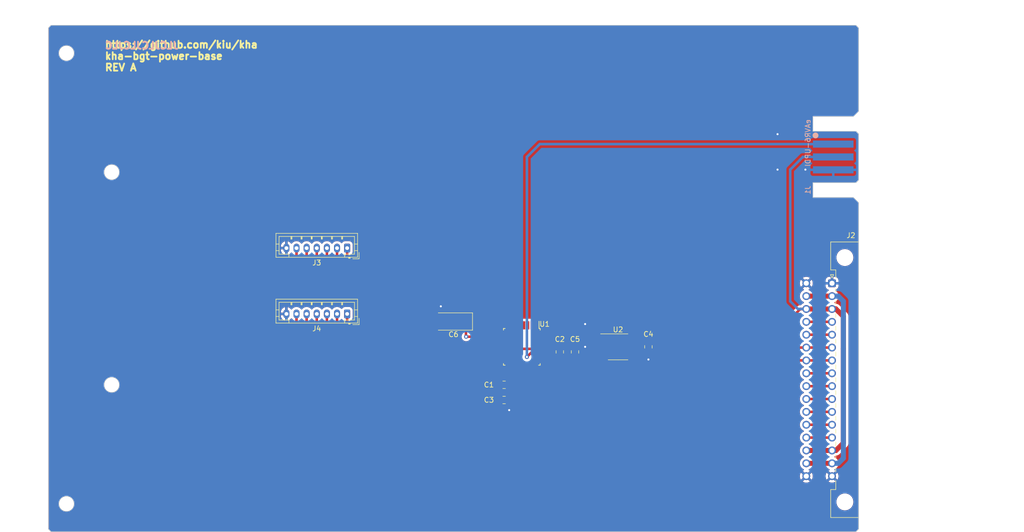
<source format=kicad_pcb>
(kicad_pcb (version 20221018) (generator pcbnew)
  (layers (0 "F.Cu" signal) (31 "B.Cu" signal) (34 "B.Paste" user) (35 "F.Paste" user) (36 "B.SilkS" user "B.Silkscreen") (37 "F.SilkS" user "F.Silkscreen") (38 "B.Mask" user) (39 "F.Mask" user) (44 "Edge.Cuts" user))
  (net 0 "")
  (net 1 "LED01A")
  (net 2 "UPDI")
  (net 3 "LED01B")
  (net 4 "LED02A")
  (net 5 "SR03")
  (net 6 "SR02")
  (net 7 "SR01")
  (net 8 "GND")
  (net 9 "+5V")
  (net 10 "LED02B")
  (net 11 "LED03A")
  (net 12 "LED03B")
  (net 13 "S_BT_VCC")
  (net 14 "LED04A")
  (net 15 "LED04B")
  (net 16 "BUS_DIR")
  (net 17 "BUS_TX")
  (net 18 "BUS_RX")
  (net 22 "BT_CON")
  (net 23 "BT_LNK")
  (net 24 "BTN01")
  (net 25 "BTN02")
  (net 26 "BTN03")
  (net 27 "BTN04")
  (net 28 "+12V")
  (net 29 "RS485_INT_A")
  (net 30 "RS485_INT_B")
  (net 31 "RS485_A")
  (net 32 "RS485_B")
  (net 33 "BUS01")
  (net 34 "BUS02")
  (net 35 "BUS03")
  (net 36 "BUS04")
  (net 37 "BUS05")
  (net 38 "BUS06")
  (net 39 "BT_RX")
  (net 40 "BT_TX")
  (footprint "Capacitor_Tantalum_SMD:CP_EIA-6032-28_Kemet-C" (layer "F.Cu") (at 180 98.5 180)
    (fp_text reference "C6" (at 0 -2.55) (layer "F.SilkS"))
    (fp_text value "220uF")
    (fp_line (start -3.76 -1.71) (end -3.76 1.71) (stroke (width 0.12)) (layer "F.SilkS"))
    (fp_line (start -3.76 1.71) (end 3 1.71) (stroke (width 0.12)) (layer "F.SilkS"))
    (fp_line (start 3 -1.71) (end -3.76 -1.71) (stroke (width 0.12)) (layer "F.SilkS"))
    (pad "1" smd roundrect (at -2.4625 0 180) (size 2.075 2.35) (layers "F.Cu" "F.Paste" "F.Mask") (roundrect_rratio 0.1204819277) (net 9 "+5V"))
    (pad "2" smd roundrect (at 2.4625 0 180) (size 2.075 2.35) (layers "F.Cu" "F.Paste" "F.Mask") (roundrect_rratio 0.1204819277) (net 8 "GND"))
  )
  (footprint "Capacitor_SMD:C_0805_2012Metric" (layer "F.Cu") (at 190 111)
    (fp_text reference "C1" (at -3 0) (layer "F.SilkS"))
    (fp_text value "10nF")
    (fp_line (start -0.261252 -0.735) (end 0.261252 -0.735) (stroke (width 0.12)) (layer "F.SilkS"))
    (fp_line (start -0.261252 0.735) (end 0.261252 0.735) (stroke (width 0.12)) (layer "F.SilkS"))
    (pad "1" smd roundrect (at -0.95 0) (size 1 1.45) (layers "F.Cu" "F.Paste" "F.Mask") (net 9 "+5V"))
    (pad "2" smd roundrect (at 0.95 0) (size 1 1.45) (layers "F.Cu" "F.Paste" "F.Mask") (net 8 "GND"))
  )
  (footprint "Connector_DIN:DIN41612_C2_2x16_Male_Horizontal_THT" (layer "F.Cu") (at 254.76 90.945 -90)
    (fp_text reference "J2" (at -9.445 -3.74 -180) (layer "F.SilkS"))
    (fp_text value "DIN41612_02x16_AC")
    (fp_line (start -8.16 -5.3) (end -8.16 0.26) (stroke (width 0.12)) (layer "F.SilkS"))
    (fp_line (start -8.16 0.26) (end -2.64 0.26) (stroke (width 0.12)) (layer "F.SilkS"))
    (fp_line (start -2.64 -0.74) (end -1.095 -0.74) (stroke (width 0.12)) (layer "F.SilkS"))
    (fp_line (start -2.64 0.26) (end -2.64 -0.74) (stroke (width 0.12)) (layer "F.SilkS"))
    (fp_line (start -1.695 -0.3) (end -1.695 0.3) (stroke (width 0.12)) (layer "F.SilkS"))
    (fp_line (start -1.695 0.3) (end -1.095 0) (stroke (width 0.12)) (layer "F.SilkS"))
    (fp_line (start -1.095 0) (end -1.695 -0.3) (stroke (width 0.12)) (layer "F.SilkS"))
    (fp_line (start 1.095 -0.74) (end 1.671 -0.74) (stroke (width 0.12)) (layer "F.SilkS"))
    (fp_line (start 3.41 -0.74) (end 4.211 -0.74) (stroke (width 0.12)) (layer "F.SilkS"))
    (fp_line (start 5.95 -0.74) (end 6.751 -0.74) (stroke (width 0.12)) (layer "F.SilkS"))
    (fp_line (start 8.49 -0.74) (end 9.291 -0.74) (stroke (width 0.12)) (layer "F.SilkS"))
    (fp_line (start 11.03 -0.74) (end 11.831 -0.74) (stroke (width 0.12)) (layer "F.SilkS"))
    (fp_line (start 13.57 -0.74) (end 14.371 -0.74) (stroke (width 0.12)) (layer "F.SilkS"))
    (fp_line (start 16.11 -0.74) (end 16.911 -0.74) (stroke (width 0.12)) (layer "F.SilkS"))
    (fp_line (start 18.65 -0.74) (end 19.451 -0.74) (stroke (width 0.12)) (layer "F.SilkS"))
    (fp_line (start 21.19 -0.74) (end 21.991 -0.74) (stroke (width 0.12)) (layer "F.SilkS"))
    (fp_line (start 23.73 -0.74) (end 24.531 -0.74) (stroke (width 0.12)) (layer "F.SilkS"))
    (fp_line (start 26.27 -0.74) (end 27.071 -0.74) (stroke (width 0.12)) (layer "F.SilkS"))
    (fp_line (start 28.81 -0.74) (end 29.611 -0.74) (stroke (width 0.12)) (layer "F.SilkS"))
    (fp_line (start 31.35 -0.74) (end 32.151 -0.74) (stroke (width 0.12)) (layer "F.SilkS"))
    (fp_line (start 33.89 -0.74) (end 34.691 -0.74) (stroke (width 0.12)) (layer "F.SilkS"))
    (fp_line (start 36.43 -0.74) (end 37.231 -0.74) (stroke (width 0.12)) (layer "F.SilkS"))
    (fp_line (start 38.97 -0.74) (end 40.74 -0.74) (stroke (width 0.12)) (layer "F.SilkS"))
    (fp_line (start 40.74 0.26) (end 40.74 -0.74) (stroke (width 0.12)) (layer "F.SilkS"))
    (fp_line (start 46.26 -5.3) (end 46.26 0.26) (stroke (width 0.12)) (layer "F.SilkS"))
    (fp_line (start 46.26 0.26) (end 40.74 0.26) (stroke (width 0.12)) (layer "F.SilkS"))
    (pad "" np_thru_hole circle (at -5.08 -2.54 270) (size 2.85 2.85) (drill 2.85) (layers "*.Cu" "*.Mask"))
    (pad "" np_thru_hole circle (at 43.18 -2.54 270) (size 2.85 2.85) (drill 2.85) (layers "*.Cu" "*.Mask"))
    (pad "a1" thru_hole roundrect (at 0 0 270) (size 1.55 1.55) (drill 1) (layers "*.Cu" "*.Mask") (roundrect_rratio 0.1612896774) (net 8 "GND"))
    (pad "a2" thru_hole circle (at 2.54 0 270) (size 1.55 1.55) (drill 1) (layers "*.Cu" "*.Mask") (net 28 "+12V"))
    (pad "a3" thru_hole circle (at 5.08 0 270) (size 1.55 1.55) (drill 1) (layers "*.Cu" "*.Mask") (net 9 "+5V"))
    (pad "a4" thru_hole circle (at 7.62 0 270) (size 1.55 1.55) (drill 1) (layers "*.Cu" "*.Mask") (net 29 "RS485_INT_A"))
    (pad "a5" thru_hole circle (at 10.16 0 270) (size 1.55 1.55) (drill 1) (layers "*.Cu" "*.Mask") (net 30 "RS485_INT_B"))
    (pad "a6" thru_hole circle (at 12.7 0 270) (size 1.55 1.55) (drill 1) (layers "*.Cu" "*.Mask") (net 31 "RS485_A"))
    (pad "a7" thru_hole circle (at 15.24 0 270) (size 1.55 1.55) (drill 1) (layers "*.Cu" "*.Mask") (net 32 "RS485_B"))
    (pad "a8" thru_hole circle (at 17.78 0 270) (size 1.55 1.55) (drill 1) (layers "*.Cu" "*.Mask") (net 33 "BUS01"))
    (pad "a9" thru_hole circle (at 20.32 0 270) (size 1.55 1.55) (drill 1) (layers "*.Cu" "*.Mask") (net 34 "BUS02"))
    (pad "a10" thru_hole circle (at 22.86 0 270) (size 1.55 1.55) (drill 1) (layers "*.Cu" "*.Mask") (net 35 "BUS03"))
    (pad "a11" thru_hole circle (at 25.4 0 270) (size 1.55 1.55) (drill 1) (layers "*.Cu" "*.Mask") (net 36 "BUS04"))
    (pad "a12" thru_hole circle (at 27.94 0 270) (size 1.55 1.55) (drill 1) (layers "*.Cu" "*.Mask") (net 37 "BUS05"))
    (pad "a13" thru_hole circle (at 30.48 0 270) (size 1.55 1.55) (drill 1) (layers "*.Cu" "*.Mask") (net 38 "BUS06"))
    (pad "a14" thru_hole circle (at 33.02 0 270) (size 1.55 1.55) (drill 1) (layers "*.Cu" "*.Mask") (net 9 "+5V"))
    (pad "a15" thru_hole circle (at 35.56 0 270) (size 1.55 1.55) (drill 1) (layers "*.Cu" "*.Mask") (net 28 "+12V"))
    (pad "a16" thru_hole circle (at 38.1 0 270) (size 1.55 1.55) (drill 1) (layers "*.Cu" "*.Mask") (net 8 "GND"))
    (pad "c1" thru_hole circle (at 0 5.08 270) (size 1.55 1.55) (drill 1) (layers "*.Cu" "*.Mask") (net 8 "GND"))
    (pad "c2" thru_hole circle (at 2.54 5.08 270) (size 1.55 1.55) (drill 1) (layers "*.Cu" "*.Mask") (net 28 "+12V"))
    (pad "c3" thru_hole circle (at 5.08 5.08 270) (size 1.55 1.55) (drill 1) (layers "*.Cu" "*.Mask") (net 9 "+5V"))
    (pad "c4" thru_hole circle (at 7.62 5.08 270) (size 1.55 1.55) (drill 1) (layers "*.Cu" "*.Mask") (net 29 "RS485_INT_A"))
    (pad "c5" thru_hole circle (at 10.16 5.08 270) (size 1.55 1.55) (drill 1) (layers "*.Cu" "*.Mask") (net 30 "RS485_INT_B"))
    (pad "c6" thru_hole circle (at 12.7 5.08 270) (size 1.55 1.55) (drill 1) (layers "*.Cu" "*.Mask") (net 31 "RS485_A"))
    (pad "c7" thru_hole circle (at 15.24 5.08 270) (size 1.55 1.55) (drill 1) (layers "*.Cu" "*.Mask") (net 32 "RS485_B"))
    (pad "c8" thru_hole circle (at 17.78 5.08 270) (size 1.55 1.55) (drill 1) (layers "*.Cu" "*.Mask") (net 33 "BUS01"))
    (pad "c9" thru_hole circle (at 20.32 5.08 270) (size 1.55 1.55) (drill 1) (layers "*.Cu" "*.Mask") (net 34 "BUS02"))
    (pad "c10" thru_hole circle (at 22.86 5.08 270) (size 1.55 1.55) (drill 1) (layers "*.Cu" "*.Mask") (net 35 "BUS03"))
    (pad "c11" thru_hole circle (at 25.4 5.08 270) (size 1.55 1.55) (drill 1) (layers "*.Cu" "*.Mask") (net 36 "BUS04"))
    (pad "c12" thru_hole circle (at 27.94 5.08 270) (size 1.55 1.55) (drill 1) (layers "*.Cu" "*.Mask") (net 37 "BUS05"))
    (pad "c13" thru_hole circle (at 30.48 5.08 270) (size 1.55 1.55) (drill 1) (layers "*.Cu" "*.Mask") (net 38 "BUS06"))
    (pad "c14" thru_hole circle (at 33.02 5.08 270) (size 1.55 1.55) (drill 1) (layers "*.Cu" "*.Mask") (net 9 "+5V"))
    (pad "c15" thru_hole circle (at 35.56 5.08 270) (size 1.55 1.55) (drill 1) (layers "*.Cu" "*.Mask") (net 28 "+12V"))
    (pad "c16" thru_hole circle (at 38.1 5.08 270) (size 1.55 1.55) (drill 1) (layers "*.Cu" "*.Mask") (net 8 "GND"))
  )
  (footprint "Package_SO:SOIC-8_3.9x4.9mm_P1.27mm" (layer "F.Cu") (at 212.5 103.5)
    (fp_text reference "U2" (at 0 -3.4) (layer "F.SilkS"))
    (fp_text value "SP481E")
    (fp_line (start 0 -2.56) (end -3.45 -2.56) (stroke (width 0.12)) (layer "F.SilkS"))
    (fp_line (start 0 -2.56) (end 1.95 -2.56) (stroke (width 0.12)) (layer "F.SilkS"))
    (fp_line (start 0 2.56) (end -1.95 2.56) (stroke (width 0.12)) (layer "F.SilkS"))
    (fp_line (start 0 2.56) (end 1.95 2.56) (stroke (width 0.12)) (layer "F.SilkS"))
    (pad "1" smd roundrect (at -2.475 -1.905) (size 1.95 0.6) (layers "F.Cu" "F.Paste" "F.Mask") (net 18 "BUS_RX"))
    (pad "2" smd roundrect (at -2.475 -0.635) (size 1.95 0.6) (layers "F.Cu" "F.Paste" "F.Mask") (net 16 "BUS_DIR"))
    (pad "3" smd roundrect (at -2.475 0.635) (size 1.95 0.6) (layers "F.Cu" "F.Paste" "F.Mask") (net 16 "BUS_DIR"))
    (pad "4" smd roundrect (at -2.475 1.905) (size 1.95 0.6) (layers "F.Cu" "F.Paste" "F.Mask") (net 17 "BUS_TX"))
    (pad "5" smd roundrect (at 2.475 1.905) (size 1.95 0.6) (layers "F.Cu" "F.Paste" "F.Mask") (net 8 "GND"))
    (pad "6" smd roundrect (at 2.475 0.635) (size 1.95 0.6) (layers "F.Cu" "F.Paste" "F.Mask") (net 31 "RS485_A"))
    (pad "7" smd roundrect (at 2.475 -0.635) (size 1.95 0.6) (layers "F.Cu" "F.Paste" "F.Mask") (net 32 "RS485_B"))
    (pad "8" smd roundrect (at 2.475 -1.905) (size 1.95 0.6) (layers "F.Cu" "F.Paste" "F.Mask") (net 9 "+5V"))
  )
  (footprint "Connector_JST:JST_PH_B7B-PH-K_1x07_P2.00mm_Vertical" (layer "F.Cu") (at 159 97 180)
    (fp_text reference "J4" (at 6 -2.9) (layer "F.SilkS"))
    (fp_text value "Conn_01x07")
    (fp_line (start -2.36 -2.11) (end -2.36 -0.86) (stroke (width 0.12)) (layer "F.SilkS"))
    (fp_line (start -2.06 -1.81) (end -2.06 2.91) (stroke (width 0.12)) (layer "F.SilkS"))
    (fp_line (start -2.06 -0.5) (end -1.45 -0.5) (stroke (width 0.12)) (layer "F.SilkS"))
    (fp_line (start -2.06 0.8) (end -1.45 0.8) (stroke (width 0.12)) (layer "F.SilkS"))
    (fp_line (start -2.06 2.91) (end 14.06 2.91) (stroke (width 0.12)) (layer "F.SilkS"))
    (fp_line (start -1.45 -1.2) (end -1.45 2.3) (stroke (width 0.12)) (layer "F.SilkS"))
    (fp_line (start -1.45 2.3) (end 13.45 2.3) (stroke (width 0.12)) (layer "F.SilkS"))
    (fp_line (start -1.11 -2.11) (end -2.36 -2.11) (stroke (width 0.12)) (layer "F.SilkS"))
    (fp_line (start -0.6 -2.01) (end -0.6 -1.81) (stroke (width 0.12)) (layer "F.SilkS"))
    (fp_line (start -0.3 -2.01) (end -0.6 -2.01) (stroke (width 0.12)) (layer "F.SilkS"))
    (fp_line (start -0.3 -1.91) (end -0.6 -1.91) (stroke (width 0.12)) (layer "F.SilkS"))
    (fp_line (start -0.3 -1.81) (end -0.3 -2.01) (stroke (width 0.12)) (layer "F.SilkS"))
    (fp_line (start 0.5 -1.81) (end 0.5 -1.2) (stroke (width 0.12)) (layer "F.SilkS"))
    (fp_line (start 0.5 -1.2) (end -1.45 -1.2) (stroke (width 0.12)) (layer "F.SilkS"))
    (fp_line (start 0.9 1.8) (end 1.1 1.8) (stroke (width 0.12)) (layer "F.SilkS"))
    (fp_line (start 0.9 2.3) (end 0.9 1.8) (stroke (width 0.12)) (layer "F.SilkS"))
    (fp_line (start 1 2.3) (end 1 1.8) (stroke (width 0.12)) (layer "F.SilkS"))
    (fp_line (start 1.1 1.8) (end 1.1 2.3) (stroke (width 0.12)) (layer "F.SilkS"))
    (fp_line (start 2.9 1.8) (end 3.1 1.8) (stroke (width 0.12)) (layer "F.SilkS"))
    (fp_line (start 2.9 2.3) (end 2.9 1.8) (stroke (width 0.12)) (layer "F.SilkS"))
    (fp_line (start 3 2.3) (end 3 1.8) (stroke (width 0.12)) (layer "F.SilkS"))
    (fp_line (start 3.1 1.8) (end 3.1 2.3) (stroke (width 0.12)) (layer "F.SilkS"))
    (fp_line (start 4.9 1.8) (end 5.1 1.8) (stroke (width 0.12)) (layer "F.SilkS"))
    (fp_line (start 4.9 2.3) (end 4.9 1.8) (stroke (width 0.12)) (layer "F.SilkS"))
    (fp_line (start 5 2.3) (end 5 1.8) (stroke (width 0.12)) (layer "F.SilkS"))
    (fp_line (start 5.1 1.8) (end 5.1 2.3) (stroke (width 0.12)) (layer "F.SilkS"))
    (fp_line (start 6.9 1.8) (end 7.1 1.8) (stroke (width 0.12)) (layer "F.SilkS"))
    (fp_line (start 6.9 2.3) (end 6.9 1.8) (stroke (width 0.12)) (layer "F.SilkS"))
    (fp_line (start 7 2.3) (end 7 1.8) (stroke (width 0.12)) (layer "F.SilkS"))
    (fp_line (start 7.1 1.8) (end 7.1 2.3) (stroke (width 0.12)) (layer "F.SilkS"))
    (fp_line (start 8.9 1.8) (end 9.1 1.8) (stroke (width 0.12)) (layer "F.SilkS"))
    (fp_line (start 8.9 2.3) (end 8.9 1.8) (stroke (width 0.12)) (layer "F.SilkS"))
    (fp_line (start 9 2.3) (end 9 1.8) (stroke (width 0.12)) (layer "F.SilkS"))
    (fp_line (start 9.1 1.8) (end 9.1 2.3) (stroke (width 0.12)) (layer "F.SilkS"))
    (fp_line (start 10.9 1.8) (end 11.1 1.8) (stroke (width 0.12)) (layer "F.SilkS"))
    (fp_line (start 10.9 2.3) (end 10.9 1.8) (stroke (width 0.12)) (layer "F.SilkS"))
    (fp_line (start 11 2.3) (end 11 1.8) (stroke (width 0.12)) (layer "F.SilkS"))
    (fp_line (start 11.1 1.8) (end 11.1 2.3) (stroke (width 0.12)) (layer "F.SilkS"))
    (fp_line (start 11.5 -1.2) (end 11.5 -1.81) (stroke (width 0.12)) (layer "F.SilkS"))
    (fp_line (start 13.45 -1.2) (end 11.5 -1.2) (stroke (width 0.12)) (layer "F.SilkS"))
    (fp_line (start 13.45 2.3) (end 13.45 -1.2) (stroke (width 0.12)) (layer "F.SilkS"))
    (fp_line (start 14.06 -1.81) (end -2.06 -1.81) (stroke (width 0.12)) (layer "F.SilkS"))
    (fp_line (start 14.06 -0.5) (end 13.45 -0.5) (stroke (width 0.12)) (layer "F.SilkS"))
    (fp_line (start 14.06 0.8) (end 13.45 0.8) (stroke (width 0.12)) (layer "F.SilkS"))
    (fp_line (start 14.06 2.91) (end 14.06 -1.81) (stroke (width 0.12)) (layer "F.SilkS"))
    (pad "1" thru_hole roundrect (at 0 0 180) (size 1.2 1.75) (drill 0.75) (layers "*.Cu" "*.Mask") (roundrect_rratio 0.2083333333) (net 26 "BTN03"))
    (pad "2" thru_hole oval (at 2 0 180) (size 1.2 1.75) (drill 0.75) (layers "*.Cu" "*.Mask") (net 11 "LED03A"))
    (pad "3" thru_hole oval (at 4 0 180) (size 1.2 1.75) (drill 0.75) (layers "*.Cu" "*.Mask") (net 12 "LED03B"))
    (pad "4" thru_hole oval (at 6 0 180) (size 1.2 1.75) (drill 0.75) (layers "*.Cu" "*.Mask") (net 27 "BTN04"))
    (pad "5" thru_hole oval (at 8 0 180) (size 1.2 1.75) (drill 0.75) (layers "*.Cu" "*.Mask") (net 14 "LED04A"))
    (pad "6" thru_hole oval (at 10 0 180) (size 1.2 1.75) (drill 0.75) (layers "*.Cu" "*.Mask") (net 15 "LED04B"))
    (pad "7" thru_hole oval (at 12 0 180) (size 1.2 1.75) (drill 0.75) (layers "*.Cu" "*.Mask") (net 8 "GND"))
  )
  (footprint "Package_QFP:TQFP-32_7x7mm_P0.8mm" (layer "F.Cu") (at 193.5 103.5 -90)
    (fp_text reference "U1" (at -4.5 -4.5 -180) (layer "F.SilkS"))
    (fp_text value "AVR64DD32")
    (fp_line (start -3.625 -3.625) (end -3.625 -3.4) (stroke (width 0.15)) (layer "F.SilkS"))
    (fp_line (start -3.625 -3.625) (end -3.3 -3.625) (stroke (width 0.15)) (layer "F.SilkS"))
    (fp_line (start -3.625 -3.4) (end -5.05 -3.4) (stroke (width 0.15)) (layer "F.SilkS"))
    (fp_line (start -3.625 3.625) (end -3.625 3.3) (stroke (width 0.15)) (layer "F.SilkS"))
    (fp_line (start -3.625 3.625) (end -3.3 3.625) (stroke (width 0.15)) (layer "F.SilkS"))
    (fp_line (start 3.625 -3.625) (end 3.3 -3.625) (stroke (width 0.15)) (layer "F.SilkS"))
    (fp_line (start 3.625 -3.625) (end 3.625 -3.3) (stroke (width 0.15)) (layer "F.SilkS"))
    (fp_line (start 3.625 3.625) (end 3.3 3.625) (stroke (width 0.15)) (layer "F.SilkS"))
    (fp_line (start 3.625 3.625) (end 3.625 3.3) (stroke (width 0.15)) (layer "F.SilkS"))
    (pad "1" smd rect (at -4.25 -2.8 270) (size 1.6 0.55) (layers "F.Cu" "F.Paste" "F.Mask") (net 16 "BUS_DIR"))
    (pad "2" smd rect (at -4.25 -2 270) (size 1.6 0.55) (layers "F.Cu" "F.Paste" "F.Mask") (net 6 "SR02"))
    (pad "3" smd rect (at -4.25 -1.2 270) (size 1.6 0.55) (layers "F.Cu" "F.Paste" "F.Mask") (net 5 "SR03"))
    (pad "4" smd rect (at -4.25 -0.4 270) (size 1.6 0.55) (layers "F.Cu" "F.Paste" "F.Mask") (net 7 "SR01"))
    (pad "5" smd rect (at -4.25 0.4 270) (size 1.6 0.55) (layers "F.Cu" "F.Paste" "F.Mask") (net 22 "BT_CON"))
    (pad "6" smd rect (at -4.25 1.2 270) (size 1.6 0.55) (layers "F.Cu" "F.Paste" "F.Mask") (net 39 "BT_RX"))
    (pad "7" smd rect (at -4.25 2 270) (size 1.6 0.55) (layers "F.Cu" "F.Paste" "F.Mask") (net 40 "BT_TX"))
    (pad "8" smd rect (at -4.25 2.8 270) (size 1.6 0.55) (layers "F.Cu" "F.Paste" "F.Mask") (net 23 "BT_LNK"))
    (pad "9" smd rect (at -2.8 4.25) (size 1.6 0.55) (layers "F.Cu" "F.Paste" "F.Mask") (net 13 "S_BT_VCC"))
    (pad "10" smd rect (at -2 4.25) (size 1.6 0.55) (layers "F.Cu" "F.Paste" "F.Mask") (net 9 "+5V"))
    (pad "11" smd rect (at -1.2 4.25) (size 1.6 0.55) (layers "F.Cu" "F.Paste" "F.Mask") (net 24 "BTN01"))
    (pad "12" smd rect (at -0.4 4.25) (size 1.6 0.55) (layers "F.Cu" "F.Paste" "F.Mask") (net 1 "LED01A"))
    (pad "13" smd rect (at 0.4 4.25) (size 1.6 0.55) (layers "F.Cu" "F.Paste" "F.Mask") (net 3 "LED01B"))
    (pad "14" smd rect (at 1.2 4.25) (size 1.6 0.55) (layers "F.Cu" "F.Paste" "F.Mask") (net 25 "BTN02"))
    (pad "15" smd rect (at 2 4.25) (size 1.6 0.55) (layers "F.Cu" "F.Paste" "F.Mask") (net 4 "LED02A"))
    (pad "16" smd rect (at 2.8 4.25) (size 1.6 0.55) (layers "F.Cu" "F.Paste" "F.Mask") (net 10 "LED02B"))
    (pad "17" smd rect (at 4.25 2.8 270) (size 1.6 0.55) (layers "F.Cu" "F.Paste" "F.Mask"))
    (pad "18" smd rect (at 4.25 2 270) (size 1.6 0.55) (layers "F.Cu" "F.Paste" "F.Mask") (net 9 "+5V"))
    (pad "19" smd rect (at 4.25 1.2 270) (size 1.6 0.55) (layers "F.Cu" "F.Paste" "F.Mask") (net 8 "GND"))
    (pad "20" smd rect (at 4.25 0.4 270) (size 1.6 0.55) (layers "F.Cu" "F.Paste" "F.Mask") (net 26 "BTN03"))
    (pad "21" smd rect (at 4.25 -0.4 270) (size 1.6 0.55) (layers "F.Cu" "F.Paste" "F.Mask") (net 11 "LED03A"))
    (pad "22" smd rect (at 4.25 -1.2 270) (size 1.6 0.55) (layers "F.Cu" "F.Paste" "F.Mask") (net 12 "LED03B"))
    (pad "23" smd rect (at 4.25 -2 270) (size 1.6 0.55) (layers "F.Cu" "F.Paste" "F.Mask") (net 27 "BTN04"))
    (pad "24" smd rect (at 4.25 -2.8 270) (size 1.6 0.55) (layers "F.Cu" "F.Paste" "F.Mask") (net 14 "LED04A"))
    (pad "25" smd rect (at 2.8 -4.25) (size 1.6 0.55) (layers "F.Cu" "F.Paste" "F.Mask") (net 15 "LED04B"))
    (pad "26" smd rect (at 2 -4.25) (size 1.6 0.55) (layers "F.Cu" "F.Paste" "F.Mask"))
    (pad "27" smd rect (at 1.2 -4.25) (size 1.6 0.55) (layers "F.Cu" "F.Paste" "F.Mask") (net 2 "UPDI"))
    (pad "28" smd rect (at 0.4 -4.25) (size 1.6 0.55) (layers "F.Cu" "F.Paste" "F.Mask") (net 9 "+5V"))
    (pad "29" smd rect (at -0.4 -4.25) (size 1.6 0.55) (layers "F.Cu" "F.Paste" "F.Mask") (net 8 "GND"))
    (pad "30" smd rect (at -1.2 -4.25) (size 1.6 0.55) (layers "F.Cu" "F.Paste" "F.Mask") (net 17 "BUS_TX"))
    (pad "31" smd rect (at -2 -4.25) (size 1.6 0.55) (layers "F.Cu" "F.Paste" "F.Mask") (net 18 "BUS_RX"))
    (pad "32" smd rect (at -2.8 -4.25) (size 1.6 0.55) (layers "F.Cu" "F.Paste" "F.Mask"))
  )
  (footprint "Capacitor_SMD:C_0805_2012Metric" (layer "F.Cu") (at 204 104.5 90)
    (fp_text reference "C5" (at 2.5 0 180) (layer "F.SilkS"))
    (fp_text value "100nF")
    (fp_line (start -0.261252 -0.735) (end 0.261252 -0.735) (stroke (width 0.12)) (layer "F.SilkS"))
    (fp_line (start -0.261252 0.735) (end 0.261252 0.735) (stroke (width 0.12)) (layer "F.SilkS"))
    (pad "1" smd roundrect (at -0.95 0 90) (size 1 1.45) (layers "F.Cu" "F.Paste" "F.Mask") (net 9 "+5V"))
    (pad "2" smd roundrect (at 0.95 0 90) (size 1 1.45) (layers "F.Cu" "F.Paste" "F.Mask") (net 8 "GND"))
  )
  (footprint "Connector_JST:JST_PH_B7B-PH-K_1x07_P2.00mm_Vertical" (layer "F.Cu") (at 159 84 180)
    (fp_text reference "J3" (at 6 -2.9) (layer "F.SilkS"))
    (fp_text value "Conn_01x07")
    (fp_line (start -2.36 -2.11) (end -2.36 -0.86) (stroke (width 0.12)) (layer "F.SilkS"))
    (fp_line (start -2.06 -1.81) (end -2.06 2.91) (stroke (width 0.12)) (layer "F.SilkS"))
    (fp_line (start -2.06 -0.5) (end -1.45 -0.5) (stroke (width 0.12)) (layer "F.SilkS"))
    (fp_line (start -2.06 0.8) (end -1.45 0.8) (stroke (width 0.12)) (layer "F.SilkS"))
    (fp_line (start -2.06 2.91) (end 14.06 2.91) (stroke (width 0.12)) (layer "F.SilkS"))
    (fp_line (start -1.45 -1.2) (end -1.45 2.3) (stroke (width 0.12)) (layer "F.SilkS"))
    (fp_line (start -1.45 2.3) (end 13.45 2.3) (stroke (width 0.12)) (layer "F.SilkS"))
    (fp_line (start -1.11 -2.11) (end -2.36 -2.11) (stroke (width 0.12)) (layer "F.SilkS"))
    (fp_line (start -0.6 -2.01) (end -0.6 -1.81) (stroke (width 0.12)) (layer "F.SilkS"))
    (fp_line (start -0.3 -2.01) (end -0.6 -2.01) (stroke (width 0.12)) (layer "F.SilkS"))
    (fp_line (start -0.3 -1.91) (end -0.6 -1.91) (stroke (width 0.12)) (layer "F.SilkS"))
    (fp_line (start -0.3 -1.81) (end -0.3 -2.01) (stroke (width 0.12)) (layer "F.SilkS"))
    (fp_line (start 0.5 -1.81) (end 0.5 -1.2) (stroke (width 0.12)) (layer "F.SilkS"))
    (fp_line (start 0.5 -1.2) (end -1.45 -1.2) (stroke (width 0.12)) (layer "F.SilkS"))
    (fp_line (start 0.9 1.8) (end 1.1 1.8) (stroke (width 0.12)) (layer "F.SilkS"))
    (fp_line (start 0.9 2.3) (end 0.9 1.8) (stroke (width 0.12)) (layer "F.SilkS"))
    (fp_line (start 1 2.3) (end 1 1.8) (stroke (width 0.12)) (layer "F.SilkS"))
    (fp_line (start 1.1 1.8) (end 1.1 2.3) (stroke (width 0.12)) (layer "F.SilkS"))
    (fp_line (start 2.9 1.8) (end 3.1 1.8) (stroke (width 0.12)) (layer "F.SilkS"))
    (fp_line (start 2.9 2.3) (end 2.9 1.8) (stroke (width 0.12)) (layer "F.SilkS"))
    (fp_line (start 3 2.3) (end 3 1.8) (stroke (width 0.12)) (layer "F.SilkS"))
    (fp_line (start 3.1 1.8) (end 3.1 2.3) (stroke (width 0.12)) (layer "F.SilkS"))
    (fp_line (start 4.9 1.8) (end 5.1 1.8) (stroke (width 0.12)) (layer "F.SilkS"))
    (fp_line (start 4.9 2.3) (end 4.9 1.8) (stroke (width 0.12)) (layer "F.SilkS"))
    (fp_line (start 5 2.3) (end 5 1.8) (stroke (width 0.12)) (layer "F.SilkS"))
    (fp_line (start 5.1 1.8) (end 5.1 2.3) (stroke (width 0.12)) (layer "F.SilkS"))
    (fp_line (start 6.9 1.8) (end 7.1 1.8) (stroke (width 0.12)) (layer "F.SilkS"))
    (fp_line (start 6.9 2.3) (end 6.9 1.8) (stroke (width 0.12)) (layer "F.SilkS"))
    (fp_line (start 7 2.3) (end 7 1.8) (stroke (width 0.12)) (layer "F.SilkS"))
    (fp_line (start 7.1 1.8) (end 7.1 2.3) (stroke (width 0.12)) (layer "F.SilkS"))
    (fp_line (start 8.9 1.8) (end 9.1 1.8) (stroke (width 0.12)) (layer "F.SilkS"))
    (fp_line (start 8.9 2.3) (end 8.9 1.8) (stroke (width 0.12)) (layer "F.SilkS"))
    (fp_line (start 9 2.3) (end 9 1.8) (stroke (width 0.12)) (layer "F.SilkS"))
    (fp_line (start 9.1 1.8) (end 9.1 2.3) (stroke (width 0.12)) (layer "F.SilkS"))
    (fp_line (start 10.9 1.8) (end 11.1 1.8) (stroke (width 0.12)) (layer "F.SilkS"))
    (fp_line (start 10.9 2.3) (end 10.9 1.8) (stroke (width 0.12)) (layer "F.SilkS"))
    (fp_line (start 11 2.3) (end 11 1.8) (stroke (width 0.12)) (layer "F.SilkS"))
    (fp_line (start 11.1 1.8) (end 11.1 2.3) (stroke (width 0.12)) (layer "F.SilkS"))
    (fp_line (start 11.5 -1.2) (end 11.5 -1.81) (stroke (width 0.12)) (layer "F.SilkS"))
    (fp_line (start 13.45 -1.2) (end 11.5 -1.2) (stroke (width 0.12)) (layer "F.SilkS"))
    (fp_line (start 13.45 2.3) (end 13.45 -1.2) (stroke (width 0.12)) (layer "F.SilkS"))
    (fp_line (start 14.06 -1.81) (end -2.06 -1.81) (stroke (width 0.12)) (layer "F.SilkS"))
    (fp_line (start 14.06 -0.5) (end 13.45 -0.5) (stroke (width 0.12)) (layer "F.SilkS"))
    (fp_line (start 14.06 0.8) (end 13.45 0.8) (stroke (width 0.12)) (layer "F.SilkS"))
    (fp_line (start 14.06 2.91) (end 14.06 -1.81) (stroke (width 0.12)) (layer "F.SilkS"))
    (pad "1" thru_hole roundrect (at 0 0 180) (size 1.2 1.75) (drill 0.75) (layers "*.Cu" "*.Mask") (roundrect_rratio 0.2083333333) (net 24 "BTN01"))
    (pad "2" thru_hole oval (at 2 0 180) (size 1.2 1.75) (drill 0.75) (layers "*.Cu" "*.Mask") (net 1 "LED01A"))
    (pad "3" thru_hole oval (at 4 0 180) (size 1.2 1.75) (drill 0.75) (layers "*.Cu" "*.Mask") (net 3 "LED01B"))
    (pad "4" thru_hole oval (at 6 0 180) (size 1.2 1.75) (drill 0.75) (layers "*.Cu" "*.Mask") (net 25 "BTN02"))
    (pad "5" thru_hole oval (at 8 0 180) (size 1.2 1.75) (drill 0.75) (layers "*.Cu" "*.Mask") (net 4 "LED02A"))
    (pad "6" thru_hole oval (at 10 0 180) (size 1.2 1.75) (drill 0.75) (layers "*.Cu" "*.Mask") (net 10 "LED02B"))
    (pad "7" thru_hole oval (at 12 0 180) (size 1.2 1.75) (drill 0.75) (layers "*.Cu" "*.Mask") (net 8 "GND"))
  )
  (footprint "Capacitor_SMD:C_0805_2012Metric" (layer "F.Cu") (at 218.5 103.5 -90)
    (fp_text reference "C4" (at -2.5 0 -180) (layer "F.SilkS"))
    (fp_text value "100nF")
    (fp_line (start -0.261252 -0.735) (end 0.261252 -0.735) (stroke (width 0.12)) (layer "F.SilkS"))
    (fp_line (start -0.261252 0.735) (end 0.261252 0.735) (stroke (width 0.12)) (layer "F.SilkS"))
    (pad "1" smd roundrect (at -0.95 0 270) (size 1 1.45) (layers "F.Cu" "F.Paste" "F.Mask") (net 9 "+5V"))
    (pad "2" smd roundrect (at 0.95 0 270) (size 1 1.45) (layers "F.Cu" "F.Paste" "F.Mask") (net 8 "GND"))
  )
  (footprint "Capacitor_SMD:C_0805_2012Metric" (layer "F.Cu") (at 201 104.5 90)
    (fp_text reference "C2" (at 2.5 0 180) (layer "F.SilkS"))
    (fp_text value "10nF")
    (fp_line (start -0.261252 -0.735) (end 0.261252 -0.735) (stroke (width 0.12)) (layer "F.SilkS"))
    (fp_line (start -0.261252 0.735) (end 0.261252 0.735) (stroke (width 0.12)) (layer "F.SilkS"))
    (pad "1" smd roundrect (at -0.95 0 90) (size 1 1.45) (layers "F.Cu" "F.Paste" "F.Mask") (net 9 "+5V"))
    (pad "2" smd roundrect (at 0.95 0 90) (size 1 1.45) (layers "F.Cu" "F.Paste" "F.Mask") (net 8 "GND"))
  )
  (footprint "Capacitor_SMD:C_0805_2012Metric" (layer "F.Cu") (at 190 114)
    (fp_text reference "C3" (at -3 0) (layer "F.SilkS"))
    (fp_text value "100nF")
    (fp_line (start -0.261252 -0.735) (end 0.261252 -0.735) (stroke (width 0.12)) (layer "F.SilkS"))
    (fp_line (start -0.261252 0.735) (end 0.261252 0.735) (stroke (width 0.12)) (layer "F.SilkS"))
    (pad "1" smd roundrect (at -0.95 0) (size 1 1.45) (layers "F.Cu" "F.Paste" "F.Mask") (net 9 "+5V"))
    (pad "2" smd roundrect (at 0.95 0) (size 1 1.45) (layers "F.Cu" "F.Paste" "F.Mask") (net 8 "GND"))
  )
  (footprint "eAVR:eAVR6-UPDI-F" (layer "B.Cu") (at 260 66 -90)
    (fp_text reference "J1" (at 7.5 10 90) (layer "B.SilkS") (effects (justify right mirror)))
    (fp_text value "AVR-UPDI-6" hide)
    (fp_text user "eAVR6-UPDI" (at -7.5 10 90 unlocked) (layer "B.SilkS") (effects (justify left mirror)))
    (fp_circle (center -4.25 8.5) (end -3.75 8.5) (stroke (width 0.15)) (fill solid) (layer "B.SilkS"))
    (fp_line (start -5.08 0.5) (end -4.58 0) (stroke (width 0.12)) (layer "Edge.Cuts"))
    (fp_line (start -5.08 9) (end -5.08 0.5) (stroke (width 0.12)) (layer "Edge.Cuts"))
    (fp_line (start -4.58 0) (end 4.58 0) (stroke (width 0.12)) (layer "Edge.Cuts"))
    (fp_line (start 5.08 0.5) (end 4.58 0) (stroke (width 0.12)) (layer "Edge.Cuts"))
    (fp_line (start 5.08 9) (end 5.08 0.5) (stroke (width 0.12)) (layer "Edge.Cuts"))
    (pad "1" connect rect (at -2.54 5 270) (size 1.4 8) (layers "B.Cu" "B.Mask") (net 2 "UPDI"))
    (pad "2" connect rect (at 0 5 270) (size 1.4 8) (layers "B.Cu" "B.Mask") (net 9 "+5V"))
    (pad "6" connect rect (at 2.54 5 270) (size 1.4 8) (layers "B.Cu" "B.Mask") (net 8 "GND"))
  )
  (gr_circle (center 103.57 134.5) (end 105.07 134.5) (stroke (width 0.1)) (fill none) (layer "Edge.Cuts"))
  (gr_line (start 251 71.08) (end 251 74) (stroke (width 0.1)) (layer "Edge.Cuts"))
  (gr_line (start 259.5 140) (end 100.5 140) (stroke (width 0.1)) (layer "Edge.Cuts"))
  (gr_line (start 100 139.5) (end 100 40.5) (stroke (width 0.1)) (layer "Edge.Cuts"))
  (gr_circle (center 112.5 69) (end 114 69) (stroke (width 0.1)) (fill none) (layer "Edge.Cuts"))
  (gr_line (start 251 60.92) (end 251 58) (stroke (width 0.1)) (layer "Edge.Cuts"))
  (gr_line (start 100 139.5) (end 100.5 140) (stroke (width 0.1)) (layer "Edge.Cuts"))
  (gr_line (start 259.5 40) (end 260 40.5) (stroke (width 0.1)) (layer "Edge.Cuts"))
  (gr_line (start 260 57) (end 260 40.5) (stroke (width 0.1)) (layer "Edge.Cuts"))
  (gr_line (start 259.5 40) (end 100.5 40) (stroke (width 0.1)) (layer "Edge.Cuts"))
  (gr_circle (center 103.57 45.5) (end 105.07 45.5) (stroke (width 0.1)) (fill none) (layer "Edge.Cuts"))
  (gr_line (start 259.5 140) (end 260 139.5) (stroke (width 0.1)) (layer "Edge.Cuts"))
  (gr_line (start 259 74) (end 260 75) (stroke (width 0.1)) (layer "Edge.Cuts"))
  (gr_line (start 251 74) (end 259 74) (stroke (width 0.1)) (layer "Edge.Cuts"))
  (gr_line (start 260 75) (end 260 139.5) (stroke (width 0.1)) (layer "Edge.Cuts"))
  (gr_line (start 259 58) (end 260 57) (stroke (width 0.1)) (layer "Edge.Cuts"))
  (gr_line (start 100 40.5) (end 100.5 40) (stroke (width 0.1)) (layer "Edge.Cuts"))
  (gr_line (start 251 58) (end 259 58) (stroke (width 0.1)) (layer "Edge.Cuts"))
  (gr_circle (center 112.5 111) (end 114 111) (stroke (width 0.1)) (fill none) (layer "Edge.Cuts"))
  (gr_text "JLCJLCJLCJLC" (at 111 44) (layer "B.SilkS") (effects (font (size 1.4 1.4) (thickness 0.35) bold) (justify right mirror)))
  (gr_text "https://github.com/kiu/kha\nkha-bgt-power-base\nREV A" (at 111 43) (layer "F.SilkS") (effects (font (size 1.4 1.4) (thickness 0.35) bold) (justify left top)))
  (segment (start 170 90) (end 170 104) (width 0.5) (layer "F.Cu") (net 1))
  (segment (start 169 89) (end 170 90) (width 0.5) (layer "F.Cu") (net 1))
  (segment (start 157 87) (end 159 89) (width 0.5) (layer "F.Cu") (net 1))
  (segment (start 157 84) (end 157 87) (width 0.5) (layer "F.Cu") (net 1))
  (segment (start 159 89) (end 169 89) (width 0.5) (layer "F.Cu") (net 1))
  (segment (start 171 105) (end 184 105) (width 0.5) (layer "F.Cu") (net 1))
  (segment (start 170 104) (end 171 105) (width 0.5) (layer "F.Cu") (net 1))
  (segment (start 184 105) (end 185.9 103.1) (width 0.5) (layer "F.Cu") (net 1))
  (segment (start 185.9 103.1) (end 189.25 103.1) (width 0.5) (layer "F.Cu") (net 1))
  (segment (start 195.3 104.7) (end 194.5 105.5) (width 0.5) (layer "F.Cu") (net 2))
  (segment (start 197.75 104.7) (end 195.3 104.7) (width 0.5) (layer "F.Cu") (net 2))
  (via (at 194.5 105.5) (size 0.8) (drill 0.4) (layers "F.Cu" "B.Cu") (net 2))
  (segment (start 194.5 105.5) (end 194.5 66) (width 0.5) (layer "B.Cu") (net 2))
  (segment (start 197.04 63.46) (end 255 63.46) (width 0.5) (layer "B.Cu") (net 2))
  (segment (start 194.5 66) (end 197.04 63.46) (width 0.5) (layer "B.Cu") (net 2))
  (segment (start 158 90) (end 168 90) (width 0.5) (layer "F.Cu") (net 3))
  (segment (start 168 90) (end 169 91) (width 0.5) (layer "F.Cu") (net 3))
  (segment (start 155 84) (end 155 87) (width 0.5) (layer "F.Cu") (net 3))
  (segment (start 186.6 103.9) (end 189.25 103.9) (width 0.5) (layer "F.Cu") (net 3))
  (segment (start 184.5 106) (end 186.6 103.9) (width 0.5) (layer "F.Cu") (net 3))
  (segment (start 155 87) (end 158 90) (width 0.5) (layer "F.Cu") (net 3))
  (segment (start 169 105) (end 170 106) (width 0.5) (layer "F.Cu") (net 3))
  (segment (start 169 91) (end 169 105) (width 0.5) (layer "F.Cu") (net 3))
  (segment (start 170 106) (end 184.5 106) (width 0.5) (layer "F.Cu") (net 3))
  (segment (start 151 86.5) (end 151 84) (width 0.5) (layer "F.Cu") (net 4))
  (segment (start 185.5 108) (end 168.5 108) (width 0.5) (layer "F.Cu") (net 4))
  (segment (start 166.5 92) (end 156.5 92) (width 0.5) (layer "F.Cu") (net 4))
  (segment (start 188 105.5) (end 185.5 108) (width 0.5) (layer "F.Cu") (net 4))
  (segment (start 189.25 105.5) (end 188 105.5) (width 0.5) (layer "F.Cu") (net 4))
  (segment (start 167 106.5) (end 167 92.5) (width 0.5) (layer "F.Cu") (net 4))
  (segment (start 167 92.5) (end 166.5 92) (width 0.5) (layer "F.Cu") (net 4))
  (segment (start 156.5 92) (end 151 86.5) (width 0.5) (layer "F.Cu") (net 4))
  (segment (start 168.5 108) (end 167 106.5) (width 0.5) (layer "F.Cu") (net 4))
  (segment (start 202.55 103.55) (end 202.5 103.5) (width 0.5) (layer "F.Cu") (net 8))
  (segment (start 192.3 109.65) (end 190.95 111) (width 0.5) (layer "F.Cu") (net 8))
  (segment (start 190.95 112.55) (end 190.95 114) (width 0.5) (layer "F.Cu") (net 8))
  (segment (start 202.5 103.5) (end 202.45 103.55) (width 0.5) (layer "F.Cu") (net 8))
  (segment (start 197.75 103.1) (end 200.55 103.1) (width 0.5) (layer "F.Cu") (net 8))
  (segment (start 190.95 111) (end 190.95 112.45) (width 0.5) (layer "F.Cu") (net 8))
  (segment (start 202.45 103.55) (end 201 103.55) (width 0.5) (layer "F.Cu") (net 8))
  (segment (start 204 103.55) (end 202.55 103.55) (width 0.5) (layer "F.Cu") (net 8))
  (segment (start 191 112.5) (end 190.95 112.55) (width 0.5) (layer "F.Cu") (net 8))
  (segment (start 200.55 103.1) (end 201 103.55) (width 0.5) (layer "F.Cu") (net 8))
  (segment (start 190.95 112.45) (end 191 112.5) (width 0.5) (layer "F.Cu") (net 8))
  (segment (start 192.3 107.75) (end 192.3 109.65) (width 0.5) (layer "F.Cu") (net 8))
  (via (at 244 68.5) (size 0.8) (drill 0.4) (layers "F.Cu" "B.Cu") (net 8))
  (via (at 249.5 68.5) (size 0.8) (drill 0.4) (layers "F.Cu" "B.Cu") (net 8))
  (via (at 244 61.5) (size 0.8) (drill 0.4) (layers "F.Cu" "B.Cu") (net 8))
  (via (at 177.5 95.5) (size 0.8) (drill 0.4) (layers "F.Cu" "B.Cu") (net 8))
  (via (at 218.5 106) (size 0.8) (drill 0.4) (layers "F.Cu" "B.Cu") (net 8))
  (via (at 206 103.5) (size 0.8) (drill 0.4) (layers "F.Cu" "B.Cu") (net 8))
  (via (at 191 116) (size 0.8) (drill 0.4) (layers "F.Cu" "B.Cu") (net 8))
  (via (at 206 99) (size 0.8) (drill 0.4) (layers "F.Cu" "B.Cu") (net 8))
  (segment (start 256.025 96.525) (end 257 97.5) (width 1) (layer "F.Cu") (net 9))
  (segment (start 247.5 97.025) (end 247.5 101.5) (width 0.5) (layer "F.Cu") (net 9))
  (segment (start 191.5 102.45) (end 191.5 105) (width 0.5) (layer "F.Cu") (net 9))
  (segment (start 189.05 114) (end 189.05 111) (width 0.5) (layer "F.Cu") (net 9))
  (segment (start 211.75 106.25) (end 211 107) (width 0.5) (layer "F.Cu") (net 9))
  (segment (start 189.25 101.5) (end 190.55 101.5) (width 0.5) (layer "F.Cu") (net 9))
  (segment (start 255.535 123.965) (end 257 122.5) (width 1) (layer "F.Cu") (net 9))
  (segment (start 249.58 95.925) (end 249.68 96.025) (width 1) (layer "F.Cu") (net 9))
  (segment (start 191.05 109.5) (end 190.55 109.5) (width 0.5) (layer "F.Cu") (net 9))
  (segment (start 254.76 123.965) (end 249.68 123.965) (width 1) (layer "F.Cu") (net 9))
  (segment (start 198.9 103.9) (end 200.45 105.45) (width 0.5) (layer "F.Cu") (net 9))
  (segment (start 211 107) (end 205.55 107) (width 0.5) (layer "F.Cu") (net 9))
  (segment (start 197.75 103.9) (end 192.6 103.9) (width 0.5) (layer "F.Cu") (net 9))
  (segment (start 192.6 103.9) (end 191.5 105) (width 0.5) (layer "F.Cu") (net 9))
  (segment (start 257 103.903) (end 257 122.5) (width 1) (layer "F.Cu") (net 9))
  (segment (start 190.55 109.5) (end 189.05 111) (width 0.5) (layer "F.Cu") (net 9))
  (segment (start 182.4625 98.5) (end 182.4625 101.4625) (width 0.5) (layer "F.Cu") (net 9))
  (segment (start 255.5 96) (end 256.025 96.525) (width 1) (layer "F.Cu") (net 9))
  (segment (start 254.76 96.025) (end 254.785 96) (width 1) (layer "F.Cu") (net 9))
  (segment (start 205.55 107) (end 204 105.45) (width 0.5) (layer "F.Cu") (net 9))
  (segment (start 217.545 101.595) (end 218.5 102.55) (width 0.5) (layer "F.Cu") (net 9))
  (segment (start 201 105.45) (end 204 105.45) (width 0.5) (layer "F.Cu") (net 9))
  (segment (start 197.75 103.9) (end 198.9 103.9) (width 0.5) (layer "F.Cu") (net 9))
  (segment (start 191.5 109.05) (end 191.05 109.5) (width 0.5) (layer "F.Cu") (net 9))
  (segment (start 257 97.5) (end 257 103.903) (width 1) (layer "F.Cu") (net 9))
  (segment (start 254.785 96) (end 255.5 96) (width 1) (layer "F.Cu") (net 9))
  (segment (start 249.68 96.025) (end 248.5 96.025) (width 0.5) (layer "F.Cu") (net 9))
  (segment (start 254.76 123.965) (end 255.535 123.965) (width 1) (layer "F.Cu") (net 9))
  (segment (start 211.75 103.5) (end 211.75 106.25) (width 0.5) (layer "F.Cu") (net 9))
  (segment (start 189.25 101.5) (end 185 101.5) (width 0.5) (layer "F.Cu") (net 9))
  (segment (start 214.975 101.595) (end 213.655 101.595) (width 0.5) (layer "F.Cu") (net 9))
  (segment (start 182.4625 101.4625) (end 182.5 101.5) (width 0.5) (layer "F.Cu") (net 9))
  (segment (start 191.5 107.75) (end 191.5 109.05) (width 0.5) (layer "F.Cu") (net 9))
  (segment (start 218.55 102.5) (end 218.5 102.55) (width 0.5) (layer "F.Cu") (net 9))
  (segment (start 200.45 105.45) (end 201 105.45) (width 0.5) (layer "F.Cu") (net 9))
  (segment (start 213.655 101.595) (end 211.75 103.5) (width 0.5) (layer "F.Cu") (net 9))
  (segment (start 248.5 96.025) (end 247.5 97.025) (width 0.5) (layer "F.Cu") (net 9))
  (segment (start 190.55 101.5) (end 191.5 102.45) (width 0.5) (layer "F.Cu") (net 9))
  (segment (start 191.5 105) (end 191.5 107.75) (width 0.5) (layer "F.Cu") (net 9))
  (segment (start 214.975 101.595) (end 217.545 101.595) (width 0.5) (layer "F.Cu") (net 9))
  (segment (start 185 101.5) (end 182.5 101.5) (width 0.5) (layer "F.Cu") (net 9))
  (segment (start 246.5 102.5) (end 218.55 102.5) (width 0.5) (layer "F.Cu") (net 9))
  (segment (start 254.76 96.025) (end 249.68 96.025) (width 1) (layer "F.Cu") (net 9))
  (segment (start 247.5 101.5) (end 246.5 102.5) (width 0.5) (layer "F.Cu") (net 9))
  (via (at 182.5 101.5) (size 0.8) (drill 0.4) (layers "F.Cu" "B.Cu") (net 9))
  (segment (start 255 66) (end 249 66) (width 0.5) (layer "B.Cu") (net 9))
  (segment (start 246.5 68.5) (end 246.5 94.5) (width 0.5) (layer "B.Cu") (net 9))
  (segment (start 249 66) (end 246.5 68.5) (width 0.5) (layer "B.Cu") (net 9))
  (segment (start 248.025 96.025) (end 249.68 96.025) (width 0.5) (layer "B.Cu") (net 9))
  (segment (start 246.5 94.5) (end 248.025 96.025) (width 0.5) (layer "B.Cu") (net 9))
  (segment (start 186.55 109) (end 168 109) (width 0.5) (layer "F.Cu") (net 10))
  (segment (start 166 107) (end 166 93.5) (width 0.5) (layer "F.Cu") (net 10))
  (segment (start 168 109) (end 166 107) (width 0.5) (layer "F.Cu") (net 10))
  (segment (start 189.25 106.3) (end 186.55 109) (width 0.5) (layer "F.Cu") (net 10))
  (segment (start 156 93) (end 149 86) (width 0.5) (layer "F.Cu") (net 10))
  (segment (start 165.5 93) (end 156 93) (width 0.5) (layer "F.Cu") (net 10))
  (segment (start 149 86) (end 149 84) (width 0.5) (layer "F.Cu") (net 10))
  (segment (start 166 93.5) (end 165.5 93) (width 0.5) (layer "F.Cu") (net 10))
  (segment (start 193.9 107.75) (end 193.9 111.9) (width 0.5) (layer "F.Cu") (net 11))
  (segment (start 194 118) (end 193 119) (width 0.5) (layer "F.Cu") (net 11))
  (segment (start 193.9 111.9) (end 194 112) (width 0.5) (layer "F.Cu") (net 11))
  (segment (start 193 119) (end 160 119) (width 0.5) (layer "F.Cu") (net 11))
  (segment (start 157 116) (end 157 97) (width 0.5) (layer "F.Cu") (net 11))
  (segment (start 194 118) (end 194 112) (width 0.5) (layer "F.Cu") (net 11))
  (segment (start 160 119) (end 157 116) (width 0.5) (layer "F.Cu") (net 11))
  (segment (start 195 119) (end 194 120) (width 0.5) (layer "F.Cu") (net 12))
  (segment (start 195 111) (end 195 119) (width 0.5) (layer "F.Cu") (net 12))
  (segment (start 194.7 110.7) (end 195 111) (width 0.5) (layer "F.Cu") (net 12))
  (segment (start 158.5 120) (end 155 116.5) (width 0.5) (layer "F.Cu") (net 12))
  (segment (start 194.7 107.75) (end 194.7 110.7) (width 0.5) (layer "F.Cu") (net 12))
  (segment (start 155 116.5) (end 155 97) (width 0.5) (layer "F.Cu") (net 12))
  (segment (start 194 120) (end 158.5 120) (width 0.5) (layer "F.Cu") (net 12))
  (segment (start 151 99) (end 151 97) (width 0.5) (layer "F.Cu") (net 14))
  (segment (start 195.5 122) (end 157.5 122) (width 0.5) (layer "F.Cu") (net 14))
  (segment (start 153 101) (end 151 99) (width 0.5) (layer "F.Cu") (net 14))
  (segment (start 197 108.45) (end 197 120.5) (width 0.5) (layer "F.Cu") (net 14))
  (segment (start 153 117.5) (end 153 101) (width 0.5) (layer "F.Cu") (net 14))
  (segment (start 157.5 122) (end 153 117.5) (width 0.5) (layer "F.Cu") (net 14))
  (segment (start 196.3 107.75) (end 197 108.45) (width 0.5) (layer "F.Cu") (net 14))
  (segment (start 197 120.5) (end 195.5 122) (width 0.5) (layer "F.Cu") (net 14))
  (segment (start 152 101.5) (end 152 118) (width 0.5) (layer "F.Cu") (net 15))
  (segment (start 149 97) (end 149 98.5) (width 0.5) (layer "F.Cu") (net 15))
  (segment (start 157 123) (end 196 123) (width 0.5) (layer "F.Cu") (net 15))
  (segment (start 196 123) (end 198 121) (width 0.5) (layer "F.Cu") (net 15))
  (segment (start 198 121) (end 198 106.55) (width 0.5) (layer "F.Cu") (net 15))
  (segment (start 198 106.55) (end 197.75 106.3) (width 0.5) (layer "F.Cu") (net 15))
  (segment (start 152 118) (end 157 123) (width 0.5) (layer "F.Cu") (net 15))
  (segment (start 149 98.5) (end 152 101.5) (width 0.5) (layer "F.Cu") (net 15))
  (segment (start 211.5 100.5) (end 212 101) (width 0.5) (layer "F.Cu") (net 16))
  (segment (start 200.25 100.5) (end 211.5 100.5) (width 0.5) (layer "F.Cu") (net 16))
  (segment (start 199 99.25) (end 200.25 100.5) (width 0.5) (layer "F.Cu") (net 16))
  (segment (start 212 101) (end 212 102) (width 0.5) (layer "F.Cu") (net 16))
  (segment (start 210.025 102.865) (end 210.025 104.135) (width 0.5) (layer "F.Cu") (net 16))
  (segment (start 211.135 102.865) (end 210.025 102.865) (width 0.5) (layer "F.Cu") (net 16))
  (segment (start 212 102) (end 211.135 102.865) (width 0.5) (layer "F.Cu") (net 16))
  (segment (start 196.3 99.25) (end 199 99.25) (width 0.5) (layer "F.Cu") (net 16))
  (segment (start 208 103) (end 208 104.905) (width 0.5) (layer "F.Cu") (net 17))
  (segment (start 208 104.905) (end 208.5 105.405) (width 0.5) (layer "F.Cu") (net 17))
  (segment (start 197.75 102.3) (end 207.3 102.3) (width 0.5) (layer "F.Cu") (net 17))
  (segment (start 208.5 105.405) (end 210.025 105.405) (width 0.5) (layer "F.Cu") (net 17))
  (segment (start 207.3 102.3) (end 208 103) (width 0.5) (layer "F.Cu") (net 17))
  (segment (start 209.93 101.5) (end 210.025 101.595) (width 0.5) (layer "F.Cu") (net 18))
  (segment (start 197.75 101.5) (end 209.93 101.5) (width 0.5) (layer "F.Cu") (net 18))
  (segment (start 160 88) (end 170 88) (width 0.5) (layer "F.Cu") (net 24))
  (segment (start 171 103) (end 172 104) (width 0.5) (layer "F.Cu") (net 24))
  (segment (start 185.2 102.3) (end 189.25 102.3) (width 0.5) (layer "F.Cu") (net 24))
  (segment (start 183.5 104) (end 185.2 102.3) (width 0.5) (layer "F.Cu") (net 24))
  (segment (start 172 104) (end 183.5 104) (width 0.5) (layer "F.Cu") (net 24))
  (segment (start 159 84) (end 159 87) (width 0.5) (layer "F.Cu") (net 24))
  (segment (start 159 87) (end 160 88) (width 0.5) (layer "F.Cu") (net 24))
  (segment (start 170 88) (end 171 89) (width 0.5) (layer "F.Cu") (net 24))
  (segment (start 171 89) (end 171 103) (width 0.5) (layer "F.Cu") (net 24))
  (segment (start 168 106) (end 169 107) (width 0.5) (layer "F.Cu") (net 25))
  (segment (start 187.3 104.7) (end 189.25 104.7) (width 0.5) (layer "F.Cu") (net 25))
  (segment (start 169 107) (end 185 107) (width 0.5) (layer "F.Cu") (net 25))
  (segment (start 153 87) (end 157 91) (width 0.5) (layer "F.Cu") (net 25))
  (segment (start 185 107) (end 187.3 104.7) (width 0.5) (layer "F.Cu") (net 25))
  (segment (start 168 92) (end 168 106) (width 0.5) (layer "F.Cu") (net 25))
  (segment (start 167 91) (end 168 92) (width 0.5) (layer "F.Cu") (net 25))
  (segment (start 153 84) (end 153 87) (width 0.5) (layer "F.Cu") (net 25))
  (segment (start 157 91) (end 167 91) (width 0.5) (layer "F.Cu") (net 25))
  (segment (start 192 118) (end 161 118) (width 0.5) (layer "F.Cu") (net 26))
  (segment (start 193.1 116.9) (end 192 118) (width 0.5) (layer "F.Cu") (net 26))
  (segment (start 158 100) (end 159 99) (width 0.5) (layer "F.Cu") (net 26))
  (segment (start 161 118) (end 158 115) (width 0.5) (layer "F.Cu") (net 26))
  (segment (start 159 99) (end 159 97) (width 0.5) (layer "F.Cu") (net 26))
  (segment (start 158 115) (end 158 100) (width 0.5) (layer "F.Cu") (net 26))
  (segment (start 193.1 107.75) (end 193.1 116.9) (width 0.5) (layer "F.Cu") (net 26))
  (segment (start 154 100) (end 153 99) (width 0.5) (layer "F.Cu") (net 27))
  (segment (start 153 99) (end 153 97) (width 0.5) (layer "F.Cu") (net 27))
  (segment (start 195.5 107.75) (end 195.5 109.5) (width 0.5) (layer "F.Cu") (net 27))
  (segment (start 158 121) (end 154 117) (width 0.5) (layer "F.Cu") (net 27))
  (segment (start 196 110) (end 196 120) (width 0.5) (layer "F.Cu") (net 27))
  (segment (start 195.5 109.5) (end 196 110) (width 0.5) (layer "F.Cu") (net 27))
  (segment (start 196 120) (end 195 121) (width 0.5) (layer "F.Cu") (net 27))
  (segment (start 195 121) (end 158 121) (width 0.5) (layer "F.Cu") (net 27))
  (segment (start 154 117) (end 154 100) (width 0.5) (layer "F.Cu") (net 27))
  (segment (start 254.76 126.505) (end 249.68 126.505) (width 1) (layer "F.Cu") (net 28))
  (segment (start 254.76 93.485) (end 249.68 93.485) (width 1) (layer "F.Cu") (net 28))
  (segment (start 257 95) (end 257 125.5) (width 1) (layer "B.Cu") (net 28))
  (segment (start 257 94.5) (end 257 95) (width 1) (layer "B.Cu") (net 28))
  (segment (start 255.985 93.485) (end 257 94.5) (width 1) (layer "B.Cu") (net 28))
  (segment (start 254.76 126.505) (end 255.995 126.505) (width 1) (layer "B.Cu") (net 28))
  (segment (start 254.76 93.485) (end 255.985 93.485) (width 1) (layer "B.Cu") (net 28))
  (segment (start 255.995 126.505) (end 257 125.5) (width 1) (layer "B.Cu") (net 28))
  (segment (start 254.76 98.565) (end 249.68 98.565) (width 0.5) (layer "F.Cu") (net 29))
  (segment (start 254.76 101.105) (end 249.68 101.105) (width 0.5) (layer "F.Cu") (net 30))
  (segment (start 254.76 103.645) (end 249.68 103.645) (width 0.5) (layer "F.Cu") (net 31))
  (segment (start 217.735051 103.5) (end 248 103.5) (width 0.5) (layer "F.Cu") (net 31))
  (segment (start 214.975 104.135) (end 217.100051 104.135) (width 0.5) (layer "F.Cu") (net 31))
  (segment (start 217.100051 104.135) (end 217.735051 103.5) (width 0.5) (layer "F.Cu") (net 31))
  (segment (start 248 103.5) (end 248.145 103.645) (width 0.5) (layer "F.Cu") (net 31))
  (segment (start 248.145 103.645) (end 249.68 103.645) (width 0.5) (layer "F.Cu") (net 31))
  (segment (start 220.5 107.5) (end 213.5 107.5) (width 0.5) (layer "F.Cu") (net 32))
  (segment (start 221 107) (end 220.5 107.5) (width 0.5) (layer "F.Cu") (net 32))
  (segment (start 249.68 106.185) (end 248.185 106.185) (width 0.5) (layer "F.Cu") (net 32))
  (segment (start 248.185 106.185) (end 246.5 104.5) (width 0.5) (layer "F.Cu") (net 32))
  (segment (start 221 105) (end 221 107) (width 0.5) (layer "F.Cu") (net 32))
  (segment (start 254.76 106.185) (end 249.68 106.185) (width 0.5) (layer "F.Cu") (net 32))
  (segment (start 213 107) (end 213 103.5) (width 0.5) (layer "F.Cu") (net 32))
  (segment (start 246.5 104.5) (end 221.5 104.5) (width 0.5) (layer "F.Cu") (net 32))
  (segment (start 221.5 104.5) (end 221 105) (width 0.5) (layer "F.Cu") (net 32))
  (segment (start 213.5 107.5) (end 213 107) (width 0.5) (layer "F.Cu") (net 32))
  (segment (start 213.635 102.865) (end 214.975 102.865) (width 0.5) (layer "F.Cu") (net 32))
  (segment (start 213 103.5) (end 213.635 102.865) (width 0.5) (layer "F.Cu") (net 32))
  (segment (start 254.76 108.725) (end 249.68 108.725) (width 0.5) (layer "F.Cu") (net 33))
  (segment (start 254.76 111.265) (end 249.68 111.265) (width 0.5) (layer "F.Cu") (net 34))
  (segment (start 254.76 113.805) (end 249.68 113.805) (width 0.5) (layer "F.Cu") (net 35))
  (segment (start 254.76 116.345) (end 249.68 116.345) (width 0.5) (layer "F.Cu") (net 36))
  (segment (start 254.76 118.885) (end 249.68 118.885) (width 0.5) (layer "F.Cu") (net 37))
  (segment (start 254.76 121.425) (end 249.68 121.425) (width 0.5) (layer "F.Cu") (net 38))
  (zone (net 8) (net_name "GND") (layers "F&B.Cu") (priority 2) (connect_pads (clearance 0.5)) (min_thickness 0.25) (fill yes (thermal_gap 0.5) (thermal_bridge_width 0.5))
    (polygon (pts (xy 100.054455 40) (xy 260.054455 40) (xy 260.054455 140) (xy 100.054455 140)))
  )
)
</source>
